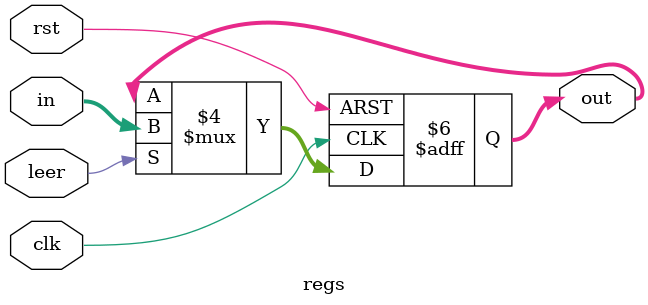
<source format=v>
`timescale 1ns / 1ps
module regs#(parameter cant_bits = 25)(
				input wire [cant_bits-1:0] in,
				input wire clk, leer, rst,
				output reg [cant_bits-1:0] out
    );

initial out = 25'b0;

always @ (posedge clk, posedge rst)
	if(rst)
		out <= 0;
	else
		if(leer)
			out <= in;
		else
			out <= out;
			
endmodule

</source>
